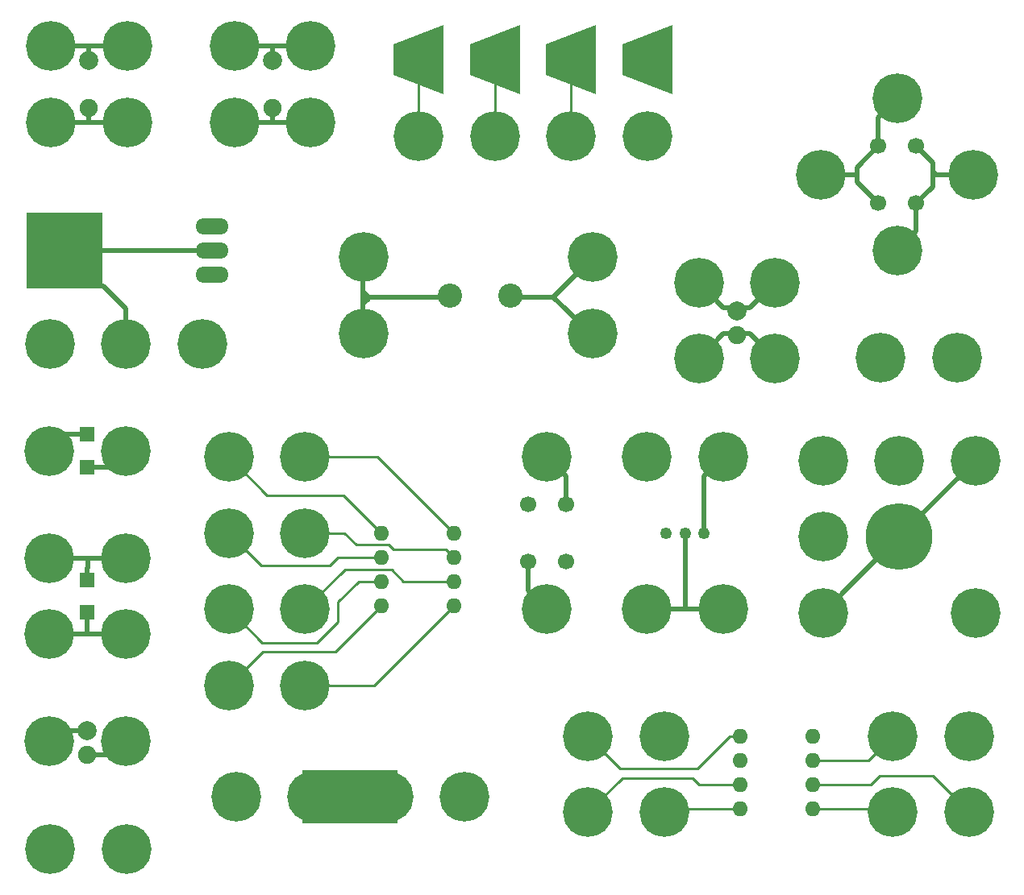
<source format=gtl>
G04 #@! TF.FileFunction,Copper,L1,Top,Signal*
%FSLAX46Y46*%
G04 Gerber Fmt 4.6, Leading zero omitted, Abs format (unit mm)*
G04 Created by KiCad (PCBNEW 4.0.1-3.201512221402+6198~38~ubuntu14.04.1-stable) date Tue 16 Feb 2016 12:41:40 PM PST*
%MOMM*%
G01*
G04 APERTURE LIST*
%ADD10C,0.100000*%
%ADD11C,5.230000*%
%ADD12C,1.250000*%
%ADD13O,3.500120X1.699260*%
%ADD14R,8.000000X8.000000*%
%ADD15C,7.000000*%
%ADD16R,1.600000X1.500000*%
%ADD17C,2.000000*%
%ADD18C,1.900000*%
%ADD19O,1.600000X1.600000*%
%ADD20R,10.000000X5.560000*%
%ADD21C,1.700000*%
%ADD22C,2.550000*%
%ADD23C,0.508000*%
%ADD24C,0.254000*%
G04 APERTURE END LIST*
D10*
D11*
X95968000Y-78968000D03*
X103968000Y-94968000D03*
D12*
X99968000Y-86968000D03*
X101968000Y-86968000D03*
X97968000Y-86968000D03*
D11*
X103968000Y-78968000D03*
X95968000Y-94968000D03*
D13*
X50275000Y-57250000D03*
X50275000Y-59790000D03*
X50275000Y-54710000D03*
D14*
X34781000Y-57250000D03*
D11*
X33275000Y-67050000D03*
X49275000Y-67050000D03*
X41275000Y-67050000D03*
D15*
X122434000Y-87366000D03*
D11*
X122434000Y-79366000D03*
X130434000Y-95366000D03*
X130434000Y-79366000D03*
X114434000Y-79366000D03*
X114434000Y-95366000D03*
X114434000Y-87366000D03*
X33285000Y-120145000D03*
X41285000Y-120145000D03*
D16*
X37205000Y-91880000D03*
D11*
X33205000Y-97590000D03*
X33205000Y-89590000D03*
X41205000Y-89590000D03*
X41205000Y-97590000D03*
D16*
X37205000Y-95300000D03*
D17*
X37205000Y-107740000D03*
D18*
X37205000Y-110280000D03*
D11*
X33205000Y-108860000D03*
X41205000Y-108860000D03*
D17*
X105400000Y-63632000D03*
D18*
X105400000Y-66172000D03*
D11*
X101400000Y-68632000D03*
X101400000Y-60632000D03*
X109400000Y-60632000D03*
X109400000Y-68632000D03*
D16*
X37205000Y-76610000D03*
D11*
X33205000Y-78320000D03*
X41205000Y-78320000D03*
D16*
X37205000Y-80030000D03*
D11*
X120510000Y-68570000D03*
X128510000Y-68570000D03*
X96000000Y-45215000D03*
X88000000Y-45215000D03*
X80000000Y-45215000D03*
X72000000Y-45215000D03*
D10*
G36*
X74615000Y-40830000D02*
X69385000Y-38830000D01*
X69385000Y-35600000D01*
X74615000Y-33600000D01*
X74615000Y-40830000D01*
X74615000Y-40830000D01*
G37*
G36*
X82615000Y-40830000D02*
X77385000Y-38830000D01*
X77385000Y-35600000D01*
X82615000Y-33600000D01*
X82615000Y-40830000D01*
X82615000Y-40830000D01*
G37*
G36*
X90615000Y-40830000D02*
X85385000Y-38830000D01*
X85385000Y-35600000D01*
X90615000Y-33600000D01*
X90615000Y-40830000D01*
X90615000Y-40830000D01*
G37*
G36*
X98615000Y-40830000D02*
X93385000Y-38830000D01*
X93385000Y-35600000D01*
X98615000Y-33600000D01*
X98615000Y-40830000D01*
X98615000Y-40830000D01*
G37*
D19*
X105780000Y-108318000D03*
X105780000Y-110858000D03*
X105780000Y-113398000D03*
X105780000Y-115938000D03*
X113400000Y-115938000D03*
X113400000Y-113398000D03*
X113400000Y-110858000D03*
X113400000Y-108318000D03*
D11*
X97780000Y-116318000D03*
X97780000Y-108318000D03*
X89780000Y-108318000D03*
X89780000Y-116318000D03*
X121780000Y-108318000D03*
X121780000Y-116318000D03*
X129780000Y-116318000D03*
X129780000Y-108318000D03*
D19*
X68066000Y-86980000D03*
X68066000Y-89520000D03*
X68066000Y-92060000D03*
X68066000Y-94600000D03*
X75686000Y-94600000D03*
X75686000Y-92060000D03*
X75686000Y-89520000D03*
X75686000Y-86980000D03*
D11*
X52066000Y-102980000D03*
X52066000Y-86980000D03*
X52066000Y-78980000D03*
X52066000Y-94980000D03*
X60066000Y-86980000D03*
X60066000Y-102980000D03*
X60066000Y-94980000D03*
X60066000Y-78980000D03*
X68824000Y-114672000D03*
X60824000Y-114672000D03*
X52824000Y-114672000D03*
X76824000Y-114672000D03*
D20*
X64756000Y-114672000D03*
D21*
X124244200Y-46296600D03*
X124244200Y-52296600D03*
X120244200Y-46296600D03*
X120244200Y-52296600D03*
D11*
X114230000Y-49290000D03*
X122230000Y-57290000D03*
X122230000Y-41290000D03*
X130230000Y-49290000D03*
D17*
X37380000Y-37280000D03*
D18*
X37380000Y-42280000D03*
D11*
X33380000Y-43780000D03*
X33380000Y-35780000D03*
X41380000Y-35780000D03*
X41380000Y-43780000D03*
D17*
X56650000Y-37280000D03*
D18*
X56650000Y-42280000D03*
D11*
X52650000Y-43780000D03*
X52650000Y-35780000D03*
X60650000Y-35780000D03*
X60650000Y-43780000D03*
D21*
X87474200Y-83974600D03*
X87474200Y-89974600D03*
X83474200Y-83974600D03*
X83474200Y-89974600D03*
D11*
X85460000Y-94968000D03*
X85460000Y-78968000D03*
D22*
X81582000Y-61976000D03*
D11*
X66232000Y-57976000D03*
X90232000Y-65976000D03*
X66232000Y-65976000D03*
X90232000Y-57976000D03*
D22*
X75232000Y-61976000D03*
D23*
X101968000Y-86968000D02*
X101968000Y-80968000D01*
X101968000Y-80968000D02*
X103968000Y-78968000D01*
X99666168Y-94968000D02*
X99968000Y-94968000D01*
X99968000Y-94968000D02*
X103968000Y-94968000D01*
X99968000Y-86968000D02*
X99968000Y-87851883D01*
X99968000Y-87851883D02*
X99968000Y-94968000D01*
X95968000Y-94968000D02*
X99666168Y-94968000D01*
D24*
X113400000Y-110858000D02*
X119240000Y-110858000D01*
X119240000Y-110858000D02*
X121780000Y-108318000D01*
X120360000Y-112508000D02*
X125970000Y-112508000D01*
X125970000Y-112508000D02*
X129780000Y-116318000D01*
X119470000Y-113398000D02*
X120360000Y-112508000D01*
X113400000Y-113398000D02*
X119470000Y-113398000D01*
X113400000Y-115938000D02*
X121400000Y-115938000D01*
X121400000Y-115938000D02*
X121780000Y-116318000D01*
X105780000Y-115938000D02*
X98160000Y-115938000D01*
X98160000Y-115938000D02*
X97780000Y-116318000D01*
X105780000Y-113398000D02*
X101450000Y-113398000D01*
X101450000Y-113398000D02*
X100760000Y-112708000D01*
X100760000Y-112708000D02*
X93390000Y-112708000D01*
X93390000Y-112708000D02*
X89780000Y-116318000D01*
X105780000Y-108318000D02*
X104648630Y-108318000D01*
X104648630Y-108318000D02*
X101258630Y-111708000D01*
X101258630Y-111708000D02*
X93170000Y-111708000D01*
X93170000Y-111708000D02*
X89780000Y-108318000D01*
D23*
X60824000Y-114672000D02*
X68824000Y-114672000D01*
X37205000Y-110280000D02*
X39785000Y-110280000D01*
X39785000Y-110280000D02*
X41205000Y-108860000D01*
X37205000Y-107740000D02*
X34325000Y-107740000D01*
X34325000Y-107740000D02*
X33205000Y-108860000D01*
X37225000Y-97590000D02*
X41205000Y-97590000D01*
X36903168Y-97590000D02*
X37225000Y-97590000D01*
X37205000Y-97570000D02*
X37205000Y-95300000D01*
X37225000Y-97590000D02*
X37205000Y-97570000D01*
X33205000Y-97590000D02*
X36903168Y-97590000D01*
X33205000Y-89590000D02*
X37225000Y-89590000D01*
X37225000Y-90602000D02*
X37225000Y-89590000D01*
X37225000Y-89590000D02*
X41205000Y-89590000D01*
X37205000Y-90622000D02*
X37225000Y-90602000D01*
X37205000Y-91880000D02*
X37205000Y-90622000D01*
D24*
X60066000Y-102980000D02*
X67306000Y-102980000D01*
X67306000Y-102980000D02*
X75686000Y-94600000D01*
X55636000Y-99400000D02*
X63266000Y-99400000D01*
X63266000Y-99400000D02*
X68066000Y-94600000D01*
X54680999Y-100355001D02*
X55636000Y-99400000D01*
X52066000Y-102980000D02*
X54680999Y-100365001D01*
X54680999Y-100365001D02*
X54680999Y-100355001D01*
X68066000Y-92060000D02*
X65676000Y-92060000D01*
X63536000Y-96300000D02*
X61336000Y-98500000D01*
X65676000Y-92060000D02*
X63536000Y-94200000D01*
X63536000Y-94200000D02*
X63536000Y-96300000D01*
X61336000Y-98500000D02*
X55586000Y-98500000D01*
X55586000Y-98500000D02*
X52066000Y-94980000D01*
X52066000Y-86980000D02*
X55486000Y-90400000D01*
X55486000Y-90400000D02*
X62636000Y-90400000D01*
X62636000Y-90400000D02*
X63516000Y-89520000D01*
X63516000Y-89520000D02*
X68066000Y-89520000D01*
X75686000Y-92060000D02*
X70396000Y-92060000D01*
X70396000Y-92060000D02*
X69136000Y-90800000D01*
X69136000Y-90800000D02*
X64246000Y-90800000D01*
X64246000Y-90800000D02*
X60066000Y-94980000D01*
X65436000Y-88200000D02*
X64216000Y-86980000D01*
X64216000Y-86980000D02*
X60066000Y-86980000D01*
X68836000Y-88200000D02*
X65436000Y-88200000D01*
X69356001Y-88720001D02*
X68836000Y-88200000D01*
X75686000Y-89520000D02*
X74886001Y-88720001D01*
X74886001Y-88720001D02*
X69356001Y-88720001D01*
X56086000Y-83000000D02*
X64086000Y-83000000D01*
X64086000Y-83000000D02*
X68066000Y-86980000D01*
X52066000Y-78980000D02*
X56086000Y-83000000D01*
X75686000Y-86980000D02*
X67686000Y-78980000D01*
X67686000Y-78980000D02*
X60066000Y-78980000D01*
D23*
X83474200Y-89974600D02*
X83474200Y-92982200D01*
X83474200Y-92982200D02*
X85460000Y-94968000D01*
X87474200Y-83974600D02*
X87474200Y-80982200D01*
X87474200Y-80982200D02*
X85460000Y-78968000D01*
X122434000Y-87366000D02*
X130434000Y-79366000D01*
X114434000Y-95366000D02*
X117048999Y-92751001D01*
X117048999Y-92751001D02*
X122434000Y-87366000D01*
X124244200Y-52296600D02*
X124244200Y-55275800D01*
X124244200Y-55275800D02*
X122230000Y-57290000D01*
X126000000Y-50540800D02*
X126000000Y-49000000D01*
X126000000Y-49000000D02*
X126000000Y-48052400D01*
X130230000Y-49290000D02*
X126290000Y-49290000D01*
X126290000Y-49290000D02*
X126000000Y-49000000D01*
X126000000Y-48052400D02*
X124244200Y-46296600D01*
X124244200Y-52296600D02*
X126000000Y-50540800D01*
X120244200Y-46296600D02*
X120244200Y-43275800D01*
X120244200Y-43275800D02*
X122230000Y-41290000D01*
X114230000Y-49290000D02*
X117928168Y-49290000D01*
X117928168Y-49290000D02*
X118000000Y-49218168D01*
X118000000Y-50052400D02*
X118000000Y-48540800D01*
X118000000Y-48540800D02*
X120244200Y-46296600D01*
X120244200Y-52296600D02*
X118000000Y-50052400D01*
X101400000Y-60632000D02*
X104014999Y-63246999D01*
X104014999Y-63246999D02*
X106785001Y-63246999D01*
X106785001Y-63246999D02*
X109400000Y-60632000D01*
X101400000Y-68632000D02*
X104014999Y-66017001D01*
X104014999Y-66017001D02*
X106785001Y-66017001D01*
X106785001Y-66017001D02*
X109400000Y-68632000D01*
X90150000Y-66155000D02*
X87535001Y-63540001D01*
X87535001Y-63540001D02*
X86150000Y-62155000D01*
X81500000Y-62155000D02*
X86150000Y-62155000D01*
X86150000Y-62155000D02*
X90150000Y-58155000D01*
X66150000Y-61595000D02*
X66150000Y-62865000D01*
X66150000Y-62865000D02*
X66150000Y-66155000D01*
X66710000Y-62155000D02*
X66710000Y-62305000D01*
X66710000Y-62305000D02*
X66150000Y-62865000D01*
X66150000Y-58155000D02*
X66150000Y-61595000D01*
X66710000Y-62155000D02*
X66150000Y-61595000D01*
X75150000Y-62155000D02*
X66710000Y-62155000D01*
X37205000Y-80030000D02*
X39495000Y-80030000D01*
X39495000Y-80030000D02*
X41205000Y-78320000D01*
X37205000Y-76610000D02*
X34915000Y-76610000D01*
X34915000Y-76610000D02*
X33205000Y-78320000D01*
X38883168Y-60960000D02*
X38491000Y-60960000D01*
X38491000Y-60960000D02*
X34781000Y-57250000D01*
X41275000Y-67050000D02*
X41275000Y-63351832D01*
X41275000Y-63351832D02*
X38883168Y-60960000D01*
X50275000Y-57250000D02*
X34781000Y-57250000D01*
D24*
X88000000Y-37215000D02*
X88000000Y-45215000D01*
X80000000Y-45215000D02*
X80000000Y-37215000D01*
X72000000Y-37215000D02*
X72000000Y-39930000D01*
X72000000Y-39930000D02*
X72000000Y-45215000D01*
D23*
X52650000Y-43780000D02*
X57150000Y-43780000D01*
X56650000Y-43623502D02*
X56806498Y-43780000D01*
X57150000Y-43780000D02*
X60650000Y-43780000D01*
X56650000Y-42280000D02*
X56650000Y-43623502D01*
X56806498Y-43780000D02*
X57150000Y-43780000D01*
X52650000Y-35780000D02*
X57150000Y-35780000D01*
X57150000Y-35780000D02*
X60650000Y-35780000D01*
X56650000Y-37280000D02*
X56650000Y-35865787D01*
X56650000Y-35865787D02*
X56735787Y-35780000D01*
X56735787Y-35780000D02*
X57150000Y-35780000D01*
X33380000Y-43780000D02*
X38100000Y-43780000D01*
X38100000Y-43780000D02*
X41380000Y-43780000D01*
X37380000Y-42280000D02*
X37380000Y-43623502D01*
X37380000Y-43623502D02*
X37536498Y-43780000D01*
X37536498Y-43780000D02*
X38100000Y-43780000D01*
X33380000Y-35780000D02*
X36830000Y-35780000D01*
X36830000Y-35780000D02*
X41380000Y-35780000D01*
X37380000Y-37280000D02*
X37380000Y-35865787D01*
X37294213Y-35780000D02*
X36830000Y-35780000D01*
X37380000Y-35865787D02*
X37294213Y-35780000D01*
M02*

</source>
